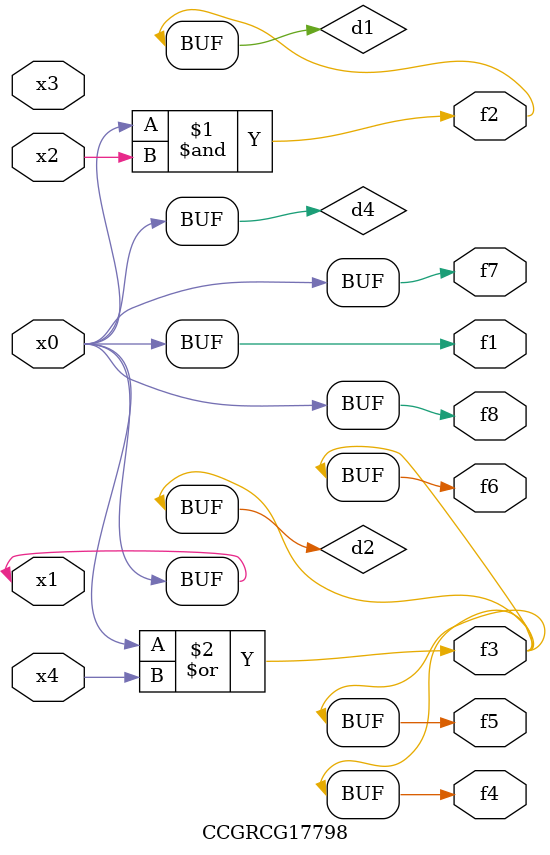
<source format=v>
module CCGRCG17798(
	input x0, x1, x2, x3, x4,
	output f1, f2, f3, f4, f5, f6, f7, f8
);

	wire d1, d2, d3, d4;

	and (d1, x0, x2);
	or (d2, x0, x4);
	nand (d3, x0, x2);
	buf (d4, x0, x1);
	assign f1 = d4;
	assign f2 = d1;
	assign f3 = d2;
	assign f4 = d2;
	assign f5 = d2;
	assign f6 = d2;
	assign f7 = d4;
	assign f8 = d4;
endmodule

</source>
